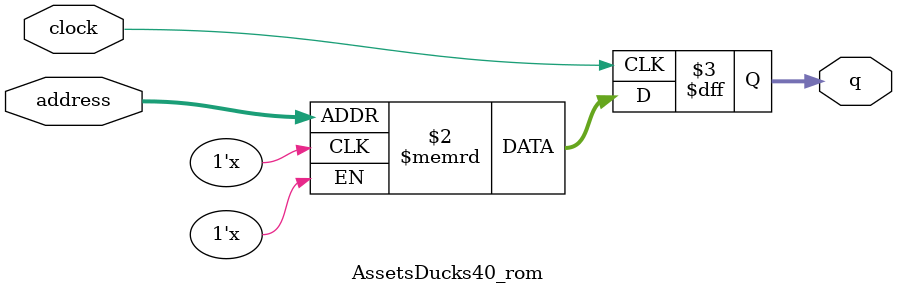
<source format=sv>
module AssetsDucks40_rom (
	input logic clock,
	input logic [11:0] address,
	output logic [3:0] q
);

logic [3:0] memory [0:4095] /* synthesis ram_init_file = "./AssetsDucks40/AssetsDucks40.mif" */;

always_ff @ (posedge clock) begin
	q <= memory[address];
end

endmodule

</source>
